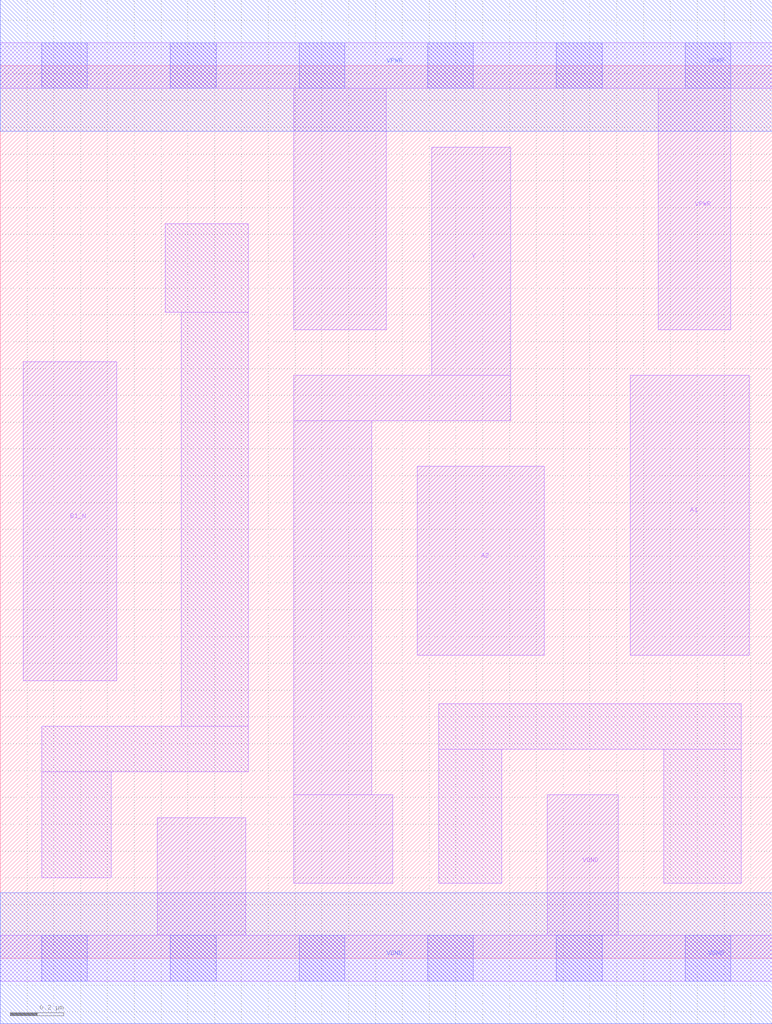
<source format=lef>
# Copyright 2020 The SkyWater PDK Authors
#
# Licensed under the Apache License, Version 2.0 (the "License");
# you may not use this file except in compliance with the License.
# You may obtain a copy of the License at
#
#     https://www.apache.org/licenses/LICENSE-2.0
#
# Unless required by applicable law or agreed to in writing, software
# distributed under the License is distributed on an "AS IS" BASIS,
# WITHOUT WARRANTIES OR CONDITIONS OF ANY KIND, either express or implied.
# See the License for the specific language governing permissions and
# limitations under the License.
#
# SPDX-License-Identifier: Apache-2.0

VERSION 5.7 ;
  NAMESCASESENSITIVE ON ;
  NOWIREEXTENSIONATPIN ON ;
  DIVIDERCHAR "/" ;
  BUSBITCHARS "[]" ;
UNITS
  DATABASE MICRONS 200 ;
END UNITS
MACRO sky130_fd_sc_lp__o21bai_0
  CLASS CORE ;
  SOURCE USER ;
  FOREIGN sky130_fd_sc_lp__o21bai_0 ;
  ORIGIN  0.000000  0.000000 ;
  SIZE  2.880000 BY  3.330000 ;
  SYMMETRY X Y R90 ;
  SITE unit ;
  PIN A1
    ANTENNAGATEAREA  0.159000 ;
    DIRECTION INPUT ;
    USE SIGNAL ;
    PORT
      LAYER li1 ;
        RECT 2.350000 1.130000 2.795000 2.175000 ;
    END
  END A1
  PIN A2
    ANTENNAGATEAREA  0.159000 ;
    DIRECTION INPUT ;
    USE SIGNAL ;
    PORT
      LAYER li1 ;
        RECT 1.555000 1.130000 2.030000 1.835000 ;
    END
  END A2
  PIN B1_N
    ANTENNAGATEAREA  0.126000 ;
    DIRECTION INPUT ;
    USE SIGNAL ;
    PORT
      LAYER li1 ;
        RECT 0.085000 1.035000 0.435000 2.225000 ;
    END
  END B1_N
  PIN Y
    ANTENNADIFFAREA  0.290500 ;
    DIRECTION OUTPUT ;
    USE SIGNAL ;
    PORT
      LAYER li1 ;
        RECT 1.095000 0.280000 1.465000 0.610000 ;
        RECT 1.095000 0.610000 1.385000 2.005000 ;
        RECT 1.095000 2.005000 1.905000 2.175000 ;
        RECT 1.610000 2.175000 1.905000 3.025000 ;
    END
  END Y
  PIN VGND
    DIRECTION INOUT ;
    USE GROUND ;
    PORT
      LAYER li1 ;
        RECT 0.000000 -0.085000 2.880000 0.085000 ;
        RECT 0.585000  0.085000 0.915000 0.525000 ;
        RECT 2.040000  0.085000 2.305000 0.610000 ;
      LAYER mcon ;
        RECT 0.155000 -0.085000 0.325000 0.085000 ;
        RECT 0.635000 -0.085000 0.805000 0.085000 ;
        RECT 1.115000 -0.085000 1.285000 0.085000 ;
        RECT 1.595000 -0.085000 1.765000 0.085000 ;
        RECT 2.075000 -0.085000 2.245000 0.085000 ;
        RECT 2.555000 -0.085000 2.725000 0.085000 ;
      LAYER met1 ;
        RECT 0.000000 -0.245000 2.880000 0.245000 ;
    END
  END VGND
  PIN VPWR
    DIRECTION INOUT ;
    USE POWER ;
    PORT
      LAYER li1 ;
        RECT 0.000000 3.245000 2.880000 3.415000 ;
        RECT 1.095000 2.345000 1.440000 3.245000 ;
        RECT 2.455000 2.345000 2.725000 3.245000 ;
      LAYER mcon ;
        RECT 0.155000 3.245000 0.325000 3.415000 ;
        RECT 0.635000 3.245000 0.805000 3.415000 ;
        RECT 1.115000 3.245000 1.285000 3.415000 ;
        RECT 1.595000 3.245000 1.765000 3.415000 ;
        RECT 2.075000 3.245000 2.245000 3.415000 ;
        RECT 2.555000 3.245000 2.725000 3.415000 ;
      LAYER met1 ;
        RECT 0.000000 3.085000 2.880000 3.575000 ;
    END
  END VPWR
  OBS
    LAYER li1 ;
      RECT 0.155000 0.300000 0.415000 0.695000 ;
      RECT 0.155000 0.695000 0.925000 0.865000 ;
      RECT 0.615000 2.410000 0.925000 2.740000 ;
      RECT 0.675000 0.865000 0.925000 2.410000 ;
      RECT 1.635000 0.280000 1.870000 0.780000 ;
      RECT 1.635000 0.780000 2.765000 0.950000 ;
      RECT 2.475000 0.280000 2.765000 0.780000 ;
  END
END sky130_fd_sc_lp__o21bai_0

</source>
